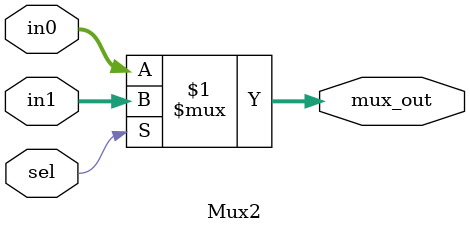
<source format=v>
module Mux2 #(parameter DWIDTH=32)
 (
	input		[DWIDTH-1:0]	in0,
	input		[DWIDTH-1:0]	in1,
	input				sel,
	output		[DWIDTH-1:0]	mux_out
 );
	
	assign	mux_out = sel? in1 : in0;
			
endmodule


</source>
